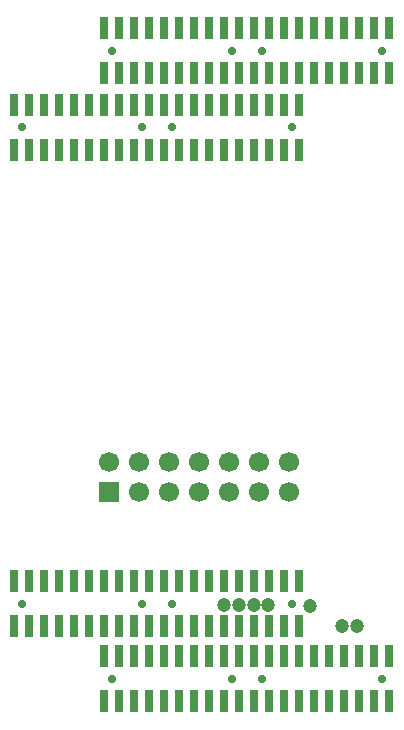
<source format=gbs>
G04 Layer_Color=16711935*
%FSLAX25Y25*%
%MOIN*%
G70*
G01*
G75*
%ADD19C,0.02756*%
%ADD20R,0.06693X0.06693*%
%ADD21C,0.06693*%
%ADD22C,0.04724*%
%ADD23R,0.03150X0.07480*%
D19*
X-126457Y197736D02*
D03*
X-86457D02*
D03*
X-76457D02*
D03*
X-36457D02*
D03*
X-96437Y223228D02*
D03*
X-56437D02*
D03*
X-46437D02*
D03*
X-6437D02*
D03*
X-126457Y38780D02*
D03*
X-86457D02*
D03*
X-76457D02*
D03*
X-36457D02*
D03*
X-6476Y13780D02*
D03*
X-46476D02*
D03*
X-56476D02*
D03*
X-96476D02*
D03*
D20*
X-97480Y75906D02*
D03*
D21*
Y85905D02*
D03*
X-87480Y75906D02*
D03*
Y85905D02*
D03*
X-77480Y75906D02*
D03*
Y85905D02*
D03*
X-67480Y75906D02*
D03*
Y85905D02*
D03*
X-57480Y75906D02*
D03*
Y85905D02*
D03*
X-47480D02*
D03*
Y75906D02*
D03*
X-37480Y85905D02*
D03*
Y75906D02*
D03*
D22*
X-14764Y31496D02*
D03*
X-19685D02*
D03*
X-44291Y38386D02*
D03*
X-49213Y38386D02*
D03*
X-54134D02*
D03*
X-59055D02*
D03*
X-30512Y38189D02*
D03*
D23*
X-83957Y190236D02*
D03*
Y205236D02*
D03*
X-88957Y190236D02*
D03*
X-93957D02*
D03*
X-88957Y205236D02*
D03*
X-93957D02*
D03*
X-98957Y190236D02*
D03*
Y205236D02*
D03*
X-103957Y190236D02*
D03*
Y205236D02*
D03*
X-108957Y190236D02*
D03*
Y205236D02*
D03*
X-113957Y190236D02*
D03*
Y205236D02*
D03*
X-123957D02*
D03*
X-128957D02*
D03*
Y190236D02*
D03*
X-123957D02*
D03*
X-118957Y205236D02*
D03*
Y190236D02*
D03*
X-33957D02*
D03*
Y205236D02*
D03*
X-38957Y190236D02*
D03*
X-43957D02*
D03*
X-38957Y205236D02*
D03*
X-43957D02*
D03*
X-48957Y190236D02*
D03*
Y205236D02*
D03*
X-53957Y190236D02*
D03*
Y205236D02*
D03*
X-58957Y190236D02*
D03*
Y205236D02*
D03*
X-63957Y190236D02*
D03*
Y205236D02*
D03*
X-73957D02*
D03*
X-78957D02*
D03*
Y190236D02*
D03*
X-73957D02*
D03*
X-68957Y205236D02*
D03*
Y190236D02*
D03*
X-53937Y215728D02*
D03*
Y230728D02*
D03*
X-58937Y215728D02*
D03*
X-63937D02*
D03*
X-58937Y230728D02*
D03*
X-63937D02*
D03*
X-68937Y215728D02*
D03*
Y230728D02*
D03*
X-73937Y215728D02*
D03*
Y230728D02*
D03*
X-78937Y215728D02*
D03*
Y230728D02*
D03*
X-83937Y215728D02*
D03*
Y230728D02*
D03*
X-93937D02*
D03*
X-98937D02*
D03*
Y215728D02*
D03*
X-93937D02*
D03*
X-88937Y230728D02*
D03*
Y215728D02*
D03*
X-3937D02*
D03*
Y230728D02*
D03*
X-8937Y215728D02*
D03*
X-13937D02*
D03*
X-8937Y230728D02*
D03*
X-13937D02*
D03*
X-18937Y215728D02*
D03*
Y230728D02*
D03*
X-23937Y215728D02*
D03*
Y230728D02*
D03*
X-28937Y215728D02*
D03*
Y230728D02*
D03*
X-33937Y215728D02*
D03*
Y230728D02*
D03*
X-43937D02*
D03*
X-48937D02*
D03*
Y215728D02*
D03*
X-43937D02*
D03*
X-38937Y230728D02*
D03*
Y215728D02*
D03*
X-83957Y31280D02*
D03*
Y46279D02*
D03*
X-88957Y31280D02*
D03*
X-93957D02*
D03*
X-88957Y46279D02*
D03*
X-93957D02*
D03*
X-98957Y31280D02*
D03*
Y46279D02*
D03*
X-103957Y31280D02*
D03*
Y46279D02*
D03*
X-108957Y31280D02*
D03*
Y46279D02*
D03*
X-113957Y31280D02*
D03*
Y46279D02*
D03*
X-123957D02*
D03*
X-128957D02*
D03*
Y31280D02*
D03*
X-123957D02*
D03*
X-118957Y46279D02*
D03*
Y31280D02*
D03*
X-33957D02*
D03*
Y46279D02*
D03*
X-38957Y31280D02*
D03*
X-43957D02*
D03*
X-38957Y46279D02*
D03*
X-43957D02*
D03*
X-48957Y31280D02*
D03*
Y46279D02*
D03*
X-53957Y31280D02*
D03*
Y46279D02*
D03*
X-58957Y31280D02*
D03*
Y46279D02*
D03*
X-63957Y31280D02*
D03*
Y46279D02*
D03*
X-73957D02*
D03*
X-78957D02*
D03*
Y31280D02*
D03*
X-73957D02*
D03*
X-68957Y46279D02*
D03*
Y31280D02*
D03*
X-38976Y6279D02*
D03*
Y21280D02*
D03*
X-43976Y6279D02*
D03*
X-48976D02*
D03*
Y21280D02*
D03*
X-43976D02*
D03*
X-33976D02*
D03*
Y6279D02*
D03*
X-28976Y21280D02*
D03*
Y6279D02*
D03*
X-23976Y21280D02*
D03*
Y6279D02*
D03*
X-18976Y21280D02*
D03*
Y6279D02*
D03*
X-13976Y21280D02*
D03*
X-8976Y21280D02*
D03*
X-13976Y6279D02*
D03*
X-8976Y6279D02*
D03*
X-3976Y21280D02*
D03*
Y6279D02*
D03*
X-88976Y6279D02*
D03*
Y21280D02*
D03*
X-93976Y6279D02*
D03*
X-98976D02*
D03*
Y21280D02*
D03*
X-93976D02*
D03*
X-83976D02*
D03*
Y6279D02*
D03*
X-78976Y21280D02*
D03*
Y6279D02*
D03*
X-73976Y21280D02*
D03*
Y6279D02*
D03*
X-68976Y21280D02*
D03*
Y6279D02*
D03*
X-63976Y21280D02*
D03*
X-58976Y21280D02*
D03*
X-63976Y6279D02*
D03*
X-58976Y6279D02*
D03*
X-53976Y21280D02*
D03*
Y6279D02*
D03*
M02*

</source>
